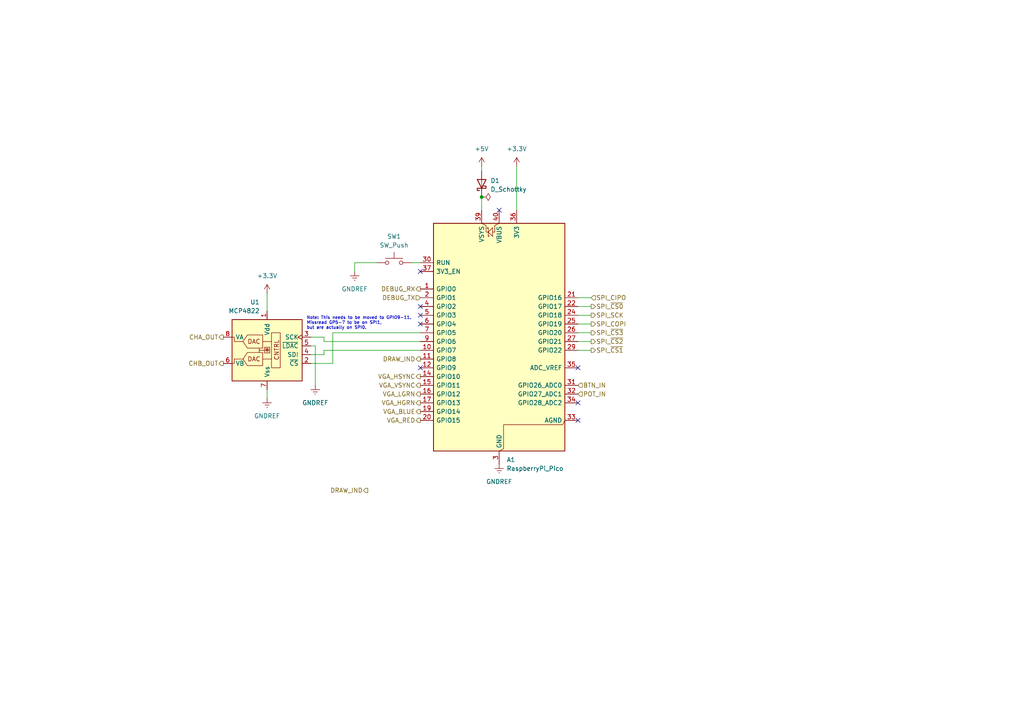
<source format=kicad_sch>
(kicad_sch (version 20250114) (generator "eeschema") (generator_version "9.0")
  (paper "A4")
  (title_block (title "Pico Game Server") (date "2025-10-31") (rev "1.0") (company "Cornell University - ECE4760 Final Project"))
  (lib_symbols
    (symbol "Analog_DAC:MCP4822" (pin_names (offset 1.016))
      (property "Reference" "U" (at -2.54 10.795 0))
      (property "Value" "MCP4822" (at -2.54 8.89 0))
      (symbol "MCP4822_0_0"
        (polyline (pts (xy 0 -0.889) (xy 0.508 -1.397) (xy -0.508 -1.397) (xy 0 -0.889)))
        (polyline (pts (xy 0 -1.778) (xy 0 -0.635)))
        (polyline (pts (xy 0.381 -0.889) (xy 0.508 -0.762)))
        (polyline (pts (xy 0.381 -0.889) (xy -0.381 -0.889) (xy -0.508 -1.016)))
        (rectangle (start 0.762 -0.381) (end -0.762 -2.032))
        (polyline (pts (xy 0.762 -1.27) (xy 2.286 -1.27) (xy 2.286 -0.762)))
        (polyline (pts (xy 2.286 -1.143) (xy 2.286 -1.905)))
        (polyline (pts (xy 6.985 1.27) (xy 9.525 1.27) (xy 9.525 2.54) (xy 10.16 2.54)))
        (polyline (pts (xy 6.985 -3.81) (xy 9.525 -3.81) (xy 9.525 -5.08) (xy 10.16 -5.08)))
        (text "CNTRL" (at -2.032 -4.191 900) (effects (font (size 1.27 1.27)) (justify left bottom)))
        (text "DAC" (at 3.81 1.27 0) (effects (font (size 1.27 1.27))))
        (text "DAC" (at 3.81 -3.81 0) (effects (font (size 1.27 1.27))))
      )
      (symbol "MCP4822_0_1"
        (rectangle (start -10.16 7.62) (end 10.16 -10.16) (stroke (width 0.254)) (fill (type background)))
        (rectangle (start -1.27 -6.35) (end -3.81 3.81))
        (polyline (pts (xy 1.27 1.27) (xy -1.27 1.27)))
        (polyline (pts (xy 1.27 -3.81) (xy -1.27 -3.81)))
        (polyline (pts (xy 6.985 1.27) (xy 5.715 3.175) (xy 1.27 3.175) (xy 1.27 -0.635) (xy 5.715 -0.635) (xy 6.985 1.27)))
        (polyline (pts (xy 6.985 -3.81) (xy 5.715 -1.905) (xy 1.27 -1.905) (xy 1.27 -5.715) (xy 5.715 -5.715) (xy 6.985 -3.81)))
      )
      (symbol "MCP4822_1_1"
        (pin input clock (at -12.7 2.54 0) (length 2.54) (name "SCK") (number "3"))
        (pin input line (at -12.7 0 0) (length 2.54) (name "~{LDAC}") (number "5"))
        (pin input line (at -12.7 -2.54 0) (length 2.54) (name "SDI") (number "4"))
        (pin input line (at -12.7 -5.08 0) (length 2.54) (name "~{CS}") (number "2"))
        (pin power_in line (at 0 10.16 270) (length 2.54) (name "Vdd") (number "1"))
        (pin power_in line (at 0 -12.7 90) (length 2.54) (name "Vss") (number "7"))
        (pin output line (at 12.7 2.54 180) (length 2.54) (name "VA") (number "8"))
        (pin output line (at 12.7 -5.08 180) (length 2.54) (name "VB") (number "6"))
      )
    )
    (symbol "Device:D_Schottky" (pin_numbers (hide yes)) (pin_names (offset 1.016) (hide yes))
      (property "Reference" "D" (at 0 2.54 0))
      (property "Value" "D_Schottky" (at 0 -2.54 0))
      (symbol "D_Schottky_0_1"
        (polyline (pts (xy -1.905 0.635) (xy -1.905 1.27) (xy -1.27 1.27) (xy -1.27 -1.27) (xy -0.635 -1.27) (xy -0.635 -0.635)) (stroke (width 0.254)))
        (polyline (pts (xy 1.27 1.27) (xy 1.27 -1.27) (xy -1.27 0) (xy 1.27 1.27)) (stroke (width 0.254)))
        (polyline (pts (xy 1.27 0) (xy -1.27 0)))
      )
      (symbol "D_Schottky_1_1"
        (pin passive line (at -3.81 0 0) (length 2.54) (name "K") (number "1"))
        (pin passive line (at 3.81 0 180) (length 2.54) (name "A") (number "2"))
      )
    )
    (symbol "MCU_Module:RaspberryPi_Pico" (pin_names (offset 0.762))
      (property "Reference" "A" (at -19.05 35.56 0))
      (property "Value" "RaspberryPi_Pico" (at 7.62 35.56 0))
      (symbol "RaspberryPi_Pico_0_1"
        (rectangle (start -19.05 34.29) (end 19.05 -31.75) (stroke (width 0.254)) (fill (type background)))
        (polyline (pts (xy -5.08 34.29) (xy -3.81 33.655) (xy -3.81 31.75) (xy -3.175 31.75)))
        (polyline (pts (xy -3.429 32.766) (xy -3.429 33.02) (xy -3.175 33.02) (xy -3.175 30.48) (xy -2.921 30.48) (xy -2.921 30.734)))
        (polyline (pts (xy -3.175 31.75) (xy -1.905 33.02) (xy -1.905 30.48) (xy -3.175 31.75)))
        (polyline (pts (xy 0 34.29) (xy -1.27 33.655) (xy -1.27 31.75) (xy -1.905 31.75)))
        (polyline (pts (xy 0 -31.75) (xy 1.27 -31.115) (xy 1.27 -24.13) (xy 18.415 -24.13) (xy 19.05 -22.86)))
      )
      (symbol "RaspberryPi_Pico_1_1"
        (pin passive line (at -22.86 22.86 0) (length 3.81) (name "RUN") (number "30"))
        (pin passive line (at -22.86 20.32 0) (length 3.81) (name "3V3_EN") (number "37"))
        (pin bidirectional line (at -22.86 15.24 0) (length 3.81) (name "GPIO0") (number "1"))
        (pin bidirectional line (at -22.86 12.7 0) (length 3.81) (name "GPIO1") (number "2"))
        (pin bidirectional line (at -22.86 10.16 0) (length 3.81) (name "GPIO2") (number "4"))
        (pin bidirectional line (at -22.86 7.62 0) (length 3.81) (name "GPIO3") (number "5"))
        (pin bidirectional line (at -22.86 5.08 0) (length 3.81) (name "GPIO4") (number "6"))
        (pin bidirectional line (at -22.86 2.54 0) (length 3.81) (name "GPIO5") (number "7"))
        (pin bidirectional line (at -22.86 0 0) (length 3.81) (name "GPIO6") (number "9"))
        (pin bidirectional line (at -22.86 -2.54 0) (length 3.81) (name "GPIO7") (number "10"))
        (pin bidirectional line (at -22.86 -5.08 0) (length 3.81) (name "GPIO8") (number "11"))
        (pin bidirectional line (at -22.86 -7.62 0) (length 3.81) (name "GPIO9") (number "12"))
        (pin bidirectional line (at -22.86 -10.16 0) (length 3.81) (name "GPIO10") (number "14"))
        (pin bidirectional line (at -22.86 -12.7 0) (length 3.81) (name "GPIO11") (number "15"))
        (pin bidirectional line (at -22.86 -15.24 0) (length 3.81) (name "GPIO12") (number "16"))
        (pin bidirectional line (at -22.86 -17.78 0) (length 3.81) (name "GPIO13") (number "17"))
        (pin bidirectional line (at -22.86 -20.32 0) (length 3.81) (name "GPIO14") (number "19"))
        (pin bidirectional line (at -22.86 -22.86 0) (length 3.81) (name "GPIO15") (number "20"))
        (pin power_in line (at -5.08 38.1 270) (length 3.81) (name "VSYS") (number "39"))
        (pin power_out line (at 0 38.1 270) (length 3.81) (name "VBUS") (number "40"))
        (pin passive line (at 0 -35.56 90) (length 3.81) (hide yes) (name "GND") (number "13"))
        (pin passive line (at 0 -35.56 90) (length 3.81) (hide yes) (name "GND") (number "18"))
        (pin passive line (at 0 -35.56 90) (length 3.81) (hide yes) (name "GND") (number "23"))
        (pin passive line (at 0 -35.56 90) (length 3.81) (hide yes) (name "GND") (number "28"))
        (pin power_out line (at 0 -35.56 90) (length 3.81) (name "GND") (number "3"))
        (pin passive line (at 0 -35.56 90) (length 3.81) (hide yes) (name "GND") (number "38"))
        (pin passive line (at 0 -35.56 90) (length 3.81) (hide yes) (name "GND") (number "8"))
        (pin power_out line (at 5.08 38.1 270) (length 3.81) (name "3V3") (number "36"))
        (pin bidirectional line (at 22.86 12.7 180) (length 3.81) (name "GPIO16") (number "21"))
        (pin bidirectional line (at 22.86 10.16 180) (length 3.81) (name "GPIO17") (number "22"))
        (pin bidirectional line (at 22.86 7.62 180) (length 3.81) (name "GPIO18") (number "24"))
        (pin bidirectional line (at 22.86 5.08 180) (length 3.81) (name "GPIO19") (number "25"))
        (pin bidirectional line (at 22.86 2.54 180) (length 3.81) (name "GPIO20") (number "26"))
        (pin bidirectional line (at 22.86 0 180) (length 3.81) (name "GPIO21") (number "27"))
        (pin bidirectional line (at 22.86 -2.54 180) (length 3.81) (name "GPIO22") (number "29"))
        (pin power_in line (at 22.86 -7.62 180) (length 3.81) (name "ADC_VREF") (number "35"))
        (pin bidirectional line (at 22.86 -12.7 180) (length 3.81) (name "GPIO26_ADC0") (number "31"))
        (pin bidirectional line (at 22.86 -15.24 180) (length 3.81) (name "GPIO27_ADC1") (number "32"))
        (pin bidirectional line (at 22.86 -17.78 180) (length 3.81) (name "GPIO28_ADC2") (number "34"))
        (pin power_out line (at 22.86 -22.86 180) (length 3.81) (name "AGND") (number "33"))
      )
    )
    (symbol "Switch:SW_Push" (pin_numbers (hide yes)) (pin_names (offset 1.016) (hide yes))
      (property "Reference" "SW" (at 1.27 2.54 0))
      (property "Value" "SW_Push" (at 0 -1.524 0))
      (symbol "SW_Push_0_1"
        (circle (center -2.032 0) (radius 0.508))
        (polyline (pts (xy 0 1.27) (xy 0 3.048)))
        (circle (center 2.032 0) (radius 0.508))
        (polyline (pts (xy 2.54 1.27) (xy -2.54 1.27)))
        (pin passive line (at -5.08 0 0) (length 2.54) (name "1") (number "1"))
        (pin passive line (at 5.08 0 180) (length 2.54) (name "2") (number "2"))
      )
    )
    (symbol "power:+3.3V" (power) (pin_numbers (hide yes)) (pin_names (offset 0) (hide yes))
      (property "Value" "+3.3V" (at 0 3.556 0))
      (symbol "+3.3V_0_1"
        (polyline (pts (xy -0.762 1.27) (xy 0 2.54)))
        (polyline (pts (xy 0 2.54) (xy 0.762 1.27)))
        (polyline (pts (xy 0 0) (xy 0 2.54)))
      )
      (symbol "+3.3V_1_1"
        (pin power_in line (at 0 0 90) (length 0) (name "~") (number "1"))
      )
    )
    (symbol "power:+5V" (power) (pin_numbers (hide yes)) (pin_names (offset 0) (hide yes))
      (property "Value" "+5V" (at 0 3.556 0))
      (symbol "+5V_0_1"
        (polyline (pts (xy -0.762 1.27) (xy 0 2.54)))
        (polyline (pts (xy 0 2.54) (xy 0.762 1.27)))
        (polyline (pts (xy 0 0) (xy 0 2.54)))
      )
      (symbol "+5V_1_1"
        (pin power_in line (at 0 0 90) (length 0) (name "~") (number "1"))
      )
    )
    (symbol "power:GNDREF" (power) (pin_numbers (hide yes)) (pin_names (offset 0) (hide yes))
      (property "Value" "GNDREF" (at 0 -3.81 0))
      (symbol "GNDREF_0_1"
        (polyline (pts (xy -0.635 -1.905) (xy 0.635 -1.905)))
        (polyline (pts (xy -0.127 -2.54) (xy 0.127 -2.54)))
        (polyline (pts (xy 0 -1.27) (xy 0 0)))
        (polyline (pts (xy 1.27 -1.27) (xy -1.27 -1.27)))
      )
      (symbol "GNDREF_1_1"
        (pin power_in line (at 0 0 270) (length 0) (name "~") (number "1"))
      )
    )
    (symbol "power:PWR_FLAG" (power) (pin_numbers (hide yes)) (pin_names (offset 0) (hide yes))
      (property "Value" "PWR_FLAG" (at 0 3.81 0))
      (symbol "PWR_FLAG_0_0"
        (pin power_out line (at 0 0 90) (length 0) (name "~") (number "1"))
      )
      (symbol "PWR_FLAG_0_1"
        (polyline (pts (xy 0 0) (xy 0 1.27) (xy -1.016 1.905) (xy 0 2.54) (xy 1.016 1.905) (xy 0 1.27)))
      )
    )
  )
  (text "Note: This needs to be moved to GPIO9-11.\nMissread GP5-7 to be on SPI1,\nbut are actually on SPI0." (at 88.9 93.726 0) (effects (font (size 0.889 0.889)) (justify left)))
  (junction (at 139.7 57.15))
  (no_connect (at 121.92 93.98))
  (no_connect (at 121.92 78.74))
  (no_connect (at 121.92 106.68))
  (no_connect (at 167.64 121.92))
  (no_connect (at 167.64 116.84))
  (no_connect (at 144.78 60.96))
  (no_connect (at 121.92 91.44))
  (no_connect (at 167.64 106.68))
  (no_connect (at 121.92 88.9))
  (wire (pts (xy 102.87 78.74) (xy 102.87 76.2)))
  (wire (pts (xy 149.86 48.26) (xy 149.86 60.96)))
  (wire (pts (xy 102.87 76.2) (xy 109.22 76.2)))
  (wire (pts (xy 90.17 102.87) (xy 93.98 102.87)))
  (wire (pts (xy 167.64 101.6) (xy 171.45 101.6)))
  (wire (pts (xy 139.7 57.15) (xy 139.7 60.96)))
  (wire (pts (xy 77.47 113.03) (xy 77.47 115.57)))
  (wire (pts (xy 91.44 100.33) (xy 91.44 111.76)))
  (wire (pts (xy 96.52 96.52) (xy 121.92 96.52)))
  (wire (pts (xy 119.38 76.2) (xy 121.92 76.2)))
  (wire (pts (xy 93.98 102.87) (xy 93.98 101.6)))
  (wire (pts (xy 171.45 86.36) (xy 167.64 86.36)))
  (wire (pts (xy 90.17 100.33) (xy 91.44 100.33)))
  (wire (pts (xy 90.17 105.41) (xy 96.52 105.41)))
  (wire (pts (xy 77.47 90.17) (xy 77.47 85.09)))
  (wire (pts (xy 167.64 99.06) (xy 171.45 99.06)))
  (wire (pts (xy 93.98 101.6) (xy 121.92 101.6)))
  (wire (pts (xy 90.17 97.79) (xy 93.98 97.79)))
  (wire (pts (xy 167.64 93.98) (xy 171.45 93.98)))
  (wire (pts (xy 167.64 88.9) (xy 171.45 88.9)))
  (wire (pts (xy 167.64 91.44) (xy 171.45 91.44)))
  (wire (pts (xy 93.98 97.79) (xy 93.98 99.06)))
  (wire (pts (xy 96.52 105.41) (xy 96.52 96.52)))
  (wire (pts (xy 93.98 99.06) (xy 121.92 99.06)))
  (wire (pts (xy 167.64 96.52) (xy 171.45 96.52)))
  (wire (pts (xy 139.7 48.26) (xy 139.7 49.53)))
  (hierarchical_label "SPI_CIPO" (shape input) (at 171.45 86.36 0))
  (hierarchical_label "SPI_~{CS0}" (shape output) (at 171.45 88.9 0))
  (hierarchical_label "SPI_~{CS2}" (shape output) (at 171.45 99.06 0))
  (hierarchical_label "DRAW_IND" (shape output) (at 121.92 104.14 180))
  (hierarchical_label "SPI_~{CS1}" (shape output) (at 171.45 101.6 0))
  (hierarchical_label "BTN_IN" (shape input) (at 167.64 111.76 0))
  (hierarchical_label "DEBUG_TX" (shape input) (at 121.92 86.36 180))
  (hierarchical_label "CHA_OUT" (shape output) (at 64.77 97.79 180))
  (hierarchical_label "DRAW_IND" (shape output) (at 106.68 142.24 180))
  (hierarchical_label "VGA_HSYNC" (shape output) (at 121.92 109.22 180))
  (hierarchical_label "VGA_VSYNC" (shape output) (at 121.92 111.76 180))
  (hierarchical_label "VGA_LGRN" (shape output) (at 121.92 114.3 180))
  (hierarchical_label "VGA_HGRN" (shape output) (at 121.92 116.84 180))
  (hierarchical_label "VGA_BLUE" (shape output) (at 121.92 119.38 180))
  (hierarchical_label "VGA_RED" (shape output) (at 121.92 121.92 180))
  (hierarchical_label "SPI_SCK" (shape output) (at 171.45 91.44 0))
  (hierarchical_label "CHB_OUT" (shape output) (at 64.77 105.41 180))
  (hierarchical_label "DEBUG_RX" (shape output) (at 121.92 83.82 180))
  (hierarchical_label "SPI_~{CS3}" (shape output) (at 171.45 96.52 0))
  (hierarchical_label "POT_IN" (shape input) (at 167.64 114.3 0))
  (hierarchical_label "SPI_COPI" (shape output) (at 171.45 93.98 0))
  (symbol (lib_id "Analog_DAC:MCP4822") (at 77.47 100.33 0) (mirror y) (unit 1)
    (property "Reference" "U1" (at 75.3267 87.63 0) (effects (justify left)))
    (property "Value" "MCP4822" (at 75.3267 90.17 0) (effects (justify left)))
    (property "Datasheet" "http://ww1.microchip.com/downloads/en/DeviceDoc/20002249B.pdf" (effects (hide yes)))
    (property "Description" "2-Channel 12-Bit D/A Converters with SPI Interface and Internal Reference (2.048V)" (effects (hide yes)))
  )
  (symbol (lib_id "power:GNDREF") (at 102.87 78.74 0) (unit 1)
    (property "Reference" "#PWR04" (effects (hide yes)))
    (property "Value" "GNDREF" (at 102.87 83.82 0))
    (property "Description" "Power symbol creates a global label with name \"GNDREF\" , reference supply ground" (effects (hide yes)))
  )
  (symbol (lib_id "power:+3.3V") (at 149.86 48.26 0) (unit 1)
    (property "Reference" "#PWR03" (effects (hide yes)))
    (property "Value" "+3.3V" (at 149.86 43.18 0))
    (property "Description" "Power symbol creates a global label with name \"+3.3V\"" (effects (hide yes)))
  )
  (symbol (lib_id "power:GNDREF") (at 144.78 134.62 0) (unit 1)
    (property "Reference" "#PWR02" (effects (hide yes)))
    (property "Value" "GNDREF" (at 144.78 139.7 0))
    (property "Description" "Power symbol creates a global label with name \"GNDREF\" , reference supply ground" (effects (hide yes)))
  )
  (symbol (lib_id "power:+3.3V") (at 77.47 85.09 0) (unit 1)
    (property "Reference" "#PWR010" (effects (hide yes)))
    (property "Value" "+3.3V" (at 77.47 80.01 0))
    (property "Description" "Power symbol creates a global label with name \"+3.3V\"" (effects (hide yes)))
  )
  (symbol (lib_id "power:PWR_FLAG") (at 139.7 57.15 270) (unit 1)
    (property "Reference" "#FLG02" (effects (hide yes)))
    (property "Value" "PWR_FLAG" (effects (hide yes)))
    (property "Description" "Special symbol for telling ERC where power comes from" (effects (hide yes)))
  )
  (symbol (lib_id "MCU_Module:RaspberryPi_Pico") (at 144.78 99.06 0) (unit 1)
    (property "Reference" "A1" (at 146.9233 133.35 0) (effects (justify left)))
    (property "Value" "RaspberryPi_Pico" (at 146.9233 135.89 0) (effects (justify left)))
    (property "Footprint" "Module:RaspberryPi_Pico_Common_Unspecified" (effects (hide yes)))
    (property "Datasheet" "https://datasheets.raspberrypi.com/pico/pico-datasheet.pdf" (effects (hide yes)))
    (property "Description" "Versatile and inexpensive microcontroller module powered by RP2040 dual-core Arm Cortex-M0+ processor up to 133 MHz, 264kB SRAM, 2MB QSPI flash; also supports Raspberry Pi Pico 2" (effects (hide yes)))
  )
  (symbol (lib_id "power:GNDREF") (at 91.44 111.76 0) (unit 1)
    (property "Reference" "#PWR018" (effects (hide yes)))
    (property "Value" "GNDREF" (at 91.44 116.84 0))
    (property "Description" "Power symbol creates a global label with name \"GNDREF\" , reference supply ground" (effects (hide yes)))
  )
  (symbol (lib_id "Switch:SW_Push") (at 114.3 76.2 0) (unit 1)
    (property "Reference" "SW1" (at 114.3 68.58 0))
    (property "Value" "SW_Push" (at 114.3 71.12 0))
    (property "Description" "Push button switch, generic, two pins" (effects (hide yes)))
  )
  (symbol (lib_id "power:GNDREF") (at 77.47 115.57 0) (unit 1)
    (property "Reference" "#PWR014" (effects (hide yes)))
    (property "Value" "GNDREF" (at 77.47 120.65 0))
    (property "Description" "Power symbol creates a global label with name \"GNDREF\" , reference supply ground" (effects (hide yes)))
  )
  (symbol (lib_id "power:+5V") (at 139.7 48.26 0) (unit 1)
    (property "Reference" "#PWR01" (effects (hide yes)))
    (property "Value" "+5V" (at 139.7 43.18 0))
    (property "Description" "Power symbol creates a global label with name \"+5V\"" (effects (hide yes)))
  )
  (symbol (lib_id "Device:D_Schottky") (at 139.7 53.34 90) (unit 1)
    (property "Reference" "D1" (at 142.24 52.3874 90) (effects (justify right)))
    (property "Value" "D_Schottky" (at 142.24 54.9274 90) (effects (justify right)))
    (property "Description" "Schottky diode" (effects (hide yes)))
  )
)
</source>
